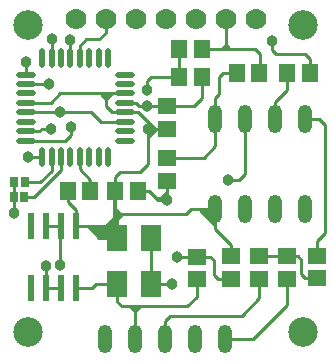
<source format=gtl>
G04 Layer_Physical_Order=1*
G04 Layer_Color=255*
%FSLAX24Y24*%
%MOIN*%
G70*
G01*
G75*
%ADD10R,0.0280X0.0360*%
%ADD11R,0.0600X0.0520*%
%ADD12R,0.0520X0.0600*%
%ADD13R,0.0710X0.0880*%
%ADD14O,0.0650X0.0217*%
%ADD15O,0.0217X0.0650*%
%ADD16R,0.0240X0.0870*%
%ADD17C,0.0100*%
%ADD18C,0.0700*%
%ADD19C,0.0984*%
%ADD20O,0.0480X0.0960*%
%ADD21C,0.0380*%
D10*
X37414Y33701D02*
D03*
X37050D02*
D03*
X37424Y34203D02*
D03*
X37060D02*
D03*
D11*
X42157Y35988D02*
D03*
Y36742D02*
D03*
X46163Y30988D02*
D03*
Y31742D02*
D03*
X45248Y30988D02*
D03*
Y31742D02*
D03*
X43171Y30968D02*
D03*
Y31722D02*
D03*
X44293Y31738D02*
D03*
Y30984D02*
D03*
X42167Y35006D02*
D03*
Y34252D02*
D03*
X47167Y31008D02*
D03*
Y31762D02*
D03*
D12*
X38855Y33898D02*
D03*
X39609D02*
D03*
X45244Y37844D02*
D03*
X44490D02*
D03*
X42564Y38661D02*
D03*
X43319D02*
D03*
X40429Y33898D02*
D03*
X41183D02*
D03*
X46177Y37854D02*
D03*
X46931D02*
D03*
X42564Y37726D02*
D03*
X43319D02*
D03*
D13*
X41649Y32362D02*
D03*
X40494D02*
D03*
X41649Y30827D02*
D03*
X40494D02*
D03*
D14*
X40759Y35591D02*
D03*
Y35906D02*
D03*
Y36220D02*
D03*
Y36535D02*
D03*
Y36850D02*
D03*
Y37165D02*
D03*
Y37480D02*
D03*
Y37795D02*
D03*
X37452D02*
D03*
Y37480D02*
D03*
Y37165D02*
D03*
Y36850D02*
D03*
Y36535D02*
D03*
Y36220D02*
D03*
Y35906D02*
D03*
Y35591D02*
D03*
D15*
X40208Y38346D02*
D03*
X39893D02*
D03*
X39578D02*
D03*
X39263D02*
D03*
X38948D02*
D03*
X38633D02*
D03*
X38319D02*
D03*
X38004D02*
D03*
Y35039D02*
D03*
X38319D02*
D03*
X38633D02*
D03*
X38948D02*
D03*
X39263D02*
D03*
X39578D02*
D03*
X39893D02*
D03*
X40208D02*
D03*
D16*
X37618Y30692D02*
D03*
X38118D02*
D03*
X39118D02*
D03*
X37618Y32746D02*
D03*
X38118D02*
D03*
X39118D02*
D03*
X38618Y30692D02*
D03*
Y32746D02*
D03*
D17*
X41102Y30059D02*
X41142Y30020D01*
Y29951D02*
Y30020D01*
X41107Y29909D02*
Y29917D01*
X38595Y31437D02*
Y32712D01*
X38624Y32740D01*
X39893Y38967D02*
X40124Y39197D01*
Y39656D01*
X39263Y38346D02*
Y38750D01*
X39480Y38967D01*
X39893D01*
X38948Y38346D02*
Y38957D01*
X37452Y37795D02*
Y38189D01*
X37462Y38199D01*
X44124Y38778D02*
Y39656D01*
X43998Y38652D02*
X44124Y38778D01*
X43998Y38652D02*
X45090D01*
X45254Y38488D01*
Y37687D02*
Y38488D01*
X45777Y36313D02*
Y36868D01*
X46177Y37268D01*
Y37677D01*
X42157Y36742D02*
X43053D01*
X43319Y37008D01*
Y37726D01*
X42177Y35006D02*
X43384D01*
X43777Y35400D01*
Y36313D01*
X41649Y30827D02*
Y32362D01*
X39118Y32746D02*
X39519D01*
X39903Y32362D01*
X40494D01*
X39118Y32746D02*
Y33276D01*
X40494Y32362D02*
Y33139D01*
X39263Y35039D02*
X39263Y35039D01*
X40494Y30226D02*
Y30827D01*
X46163Y30118D02*
Y30988D01*
X45248Y30344D02*
Y30988D01*
Y31742D02*
X46163D01*
X46517D01*
X46635Y31624D01*
Y31142D02*
Y31624D01*
Y31142D02*
X46769Y31008D01*
X47167D01*
Y31762D02*
Y32264D01*
X47423Y32520D01*
Y36122D01*
X47232Y36313D02*
X47423Y36122D01*
X46777Y36313D02*
X47232D01*
X43777Y32632D02*
Y33313D01*
Y32632D02*
X44293Y32116D01*
Y31738D02*
Y32116D01*
X43171Y31722D02*
X43614D01*
X43732Y31604D01*
Y31102D02*
Y31604D01*
Y31102D02*
X43850Y30984D01*
X44293D01*
X42492Y31722D02*
X43171D01*
X38118Y32746D02*
X38618D01*
X38118Y30692D02*
X38618D01*
X39118D02*
X39651D01*
X39785Y30827D01*
X40494D01*
X43171Y30394D02*
Y30968D01*
X40494Y30226D02*
X40651Y30069D01*
X44657Y29754D02*
X45248Y30344D01*
X42846Y30069D02*
X43171Y30394D01*
X42564Y37726D02*
Y38661D01*
X37452Y36850D02*
X38289D01*
X38604Y37165D01*
X40326D02*
X40759D01*
X40130Y36969D02*
X40326Y37165D01*
X40130Y36732D02*
Y36969D01*
Y36732D02*
X40326Y36535D01*
X40759D01*
X38604Y37165D02*
X40326D01*
X41649Y30827D02*
X42334D01*
X42167Y33602D02*
Y34252D01*
X40429Y33205D02*
Y33898D01*
Y33205D02*
X40494Y33139D01*
X41183Y33898D02*
X41576D01*
X41872Y33602D01*
X42167D01*
X40494Y33139D02*
X42806D01*
X42980Y33313D01*
X43777D01*
X41507Y36742D02*
X42157D01*
X40759Y36850D02*
X41133D01*
X41242Y36742D01*
X41507D01*
Y37293D02*
Y37589D01*
X41645Y37726D01*
X42564D01*
X37452Y37480D02*
X38220D01*
X38220Y37480D01*
X44027Y37844D02*
X44490D01*
X43899Y37717D02*
X44027Y37844D01*
X43777Y37018D02*
X43899Y37140D01*
X43777Y36313D02*
Y37018D01*
X43899Y37140D02*
Y37717D01*
X45799Y38474D02*
X46773D01*
X46931Y38317D01*
Y37854D02*
Y38317D01*
X42151Y35994D02*
X42157Y35988D01*
X41537Y35994D02*
X42151D01*
X40759Y36535D02*
X41212D01*
X41537Y36211D01*
Y35994D02*
Y36211D01*
Y34803D02*
Y35994D01*
X41281Y34547D02*
X41537Y34803D01*
X40592Y34547D02*
X41281D01*
X40429Y34384D02*
X40592Y34547D01*
X40429Y33898D02*
Y34384D01*
X43319Y38652D02*
X43998D01*
X37452Y36535D02*
X38604D01*
X38604Y36535D01*
X39637D01*
X39952Y36220D01*
X40759D01*
X37521Y35039D02*
X38004D01*
X38004Y35039D01*
X37452Y35906D02*
X37905D01*
X37984Y35984D01*
X38289D01*
X37452Y35591D02*
X38771D01*
X38958Y35778D01*
Y36053D01*
X38118Y30692D02*
Y31423D01*
X38122Y31427D01*
X38618Y32746D02*
X38624Y32740D01*
X44777Y34490D02*
Y36313D01*
X44569Y34281D02*
X44777Y34490D01*
X44194Y34281D02*
X44569D01*
X40948Y30069D02*
X41468D01*
X42846D01*
X39263Y34637D02*
Y35039D01*
Y34637D02*
X39609Y34291D01*
Y33898D02*
Y34291D01*
X38633Y34605D02*
Y35039D01*
X37729Y33701D02*
X38633Y34605D01*
X38855Y33538D02*
Y33898D01*
Y33538D02*
X39118Y33276D01*
X44113Y28986D02*
X45031D01*
X46163Y30118D01*
X42113Y28986D02*
Y29591D01*
X42276Y29754D01*
X44657D01*
X41107Y28982D02*
Y29909D01*
X40948Y30069D02*
X41107Y29909D01*
X40651Y30069D02*
X40948D01*
X38319Y34573D02*
Y35039D01*
X40651Y33139D02*
X40849D01*
X40494Y32982D02*
X40651Y33139D01*
X40604D02*
X40651D01*
X40436Y33307D02*
X40604Y33139D01*
X41872Y33602D02*
X41893D01*
X42148Y33858D01*
X41803Y33671D02*
X41961D01*
X41793Y33681D02*
X41803Y33671D01*
X43777Y32632D02*
Y32781D01*
X43261Y33297D02*
X43777Y32781D01*
X43359Y33278D02*
X43635Y33002D01*
X43458Y33297D02*
X43704Y33051D01*
X41814Y35994D02*
X41844D01*
X41548Y35728D02*
X41814Y35994D01*
X41754D02*
X41844D01*
X41537Y36211D02*
X41754Y35994D01*
X40130Y36969D02*
Y36980D01*
X39954Y37156D02*
X40130Y36980D01*
Y37066D01*
X40200Y37136D01*
X40042Y37068D02*
X40131D01*
X40200Y37136D01*
X44124Y38783D02*
Y38878D01*
Y38783D02*
X44235Y38671D01*
X44117Y38652D02*
Y38776D01*
X44124Y38783D01*
X38319Y38346D02*
Y38947D01*
X38338Y38967D01*
X45672Y38601D02*
Y38917D01*
Y38601D02*
X45799Y38474D01*
X37424Y34203D02*
X37948D01*
X38319Y34573D01*
X37414Y33701D02*
X37729D01*
X37055Y33189D02*
Y34232D01*
X40436Y32510D02*
Y33307D01*
Y32510D02*
X40475Y32470D01*
X40396Y32589D02*
Y33865D01*
X40429Y33898D01*
X39402Y32746D02*
X40131D01*
X40357Y32972D01*
X40278Y32667D02*
Y32894D01*
X40357Y32972D01*
Y32756D02*
Y32972D01*
X40328Y32726D02*
X40357Y32756D01*
X39629Y32667D02*
X40278D01*
X39727Y32579D02*
X40387D01*
X40396Y32589D01*
X39806Y32480D02*
X40288D01*
X40298Y32470D01*
X40011D02*
X40298D01*
X39845Y32420D02*
X40248D01*
X40298Y32470D01*
X41107Y29909D02*
X41110D01*
X41270Y30069D01*
X41066Y29951D02*
X41142D01*
X40948Y30069D02*
X41066Y29951D01*
X40948Y30069D02*
X41066Y29951D01*
Y30022D01*
X41102Y30059D01*
D18*
X39124Y39656D02*
D03*
X40124D02*
D03*
X45124D02*
D03*
X44124D02*
D03*
X43124D02*
D03*
X42124D02*
D03*
X41124D02*
D03*
D19*
X46710Y39459D02*
D03*
X37537D02*
D03*
Y29222D02*
D03*
X46710D02*
D03*
D20*
X42113Y28986D02*
D03*
X43113D02*
D03*
X44113D02*
D03*
X40107Y28982D02*
D03*
X41107D02*
D03*
X43777Y36313D02*
D03*
X44777D02*
D03*
X45777D02*
D03*
X46777D02*
D03*
Y33313D02*
D03*
X45777D02*
D03*
X44777D02*
D03*
X43777D02*
D03*
D21*
X38595Y31437D02*
D03*
X37462Y38199D02*
D03*
X42492Y31722D02*
D03*
X42334Y30827D02*
D03*
X42167Y33602D02*
D03*
X41507Y37293D02*
D03*
Y36742D02*
D03*
X38220Y37480D02*
D03*
X41537Y35994D02*
D03*
X38604Y36535D02*
D03*
X37521Y35039D02*
D03*
X38958Y36053D02*
D03*
X38289Y35984D02*
D03*
X38122Y31427D02*
D03*
X44194Y34281D02*
D03*
X38948Y38957D02*
D03*
X38338Y38967D02*
D03*
X45672Y38917D02*
D03*
X37055Y33189D02*
D03*
M02*

</source>
